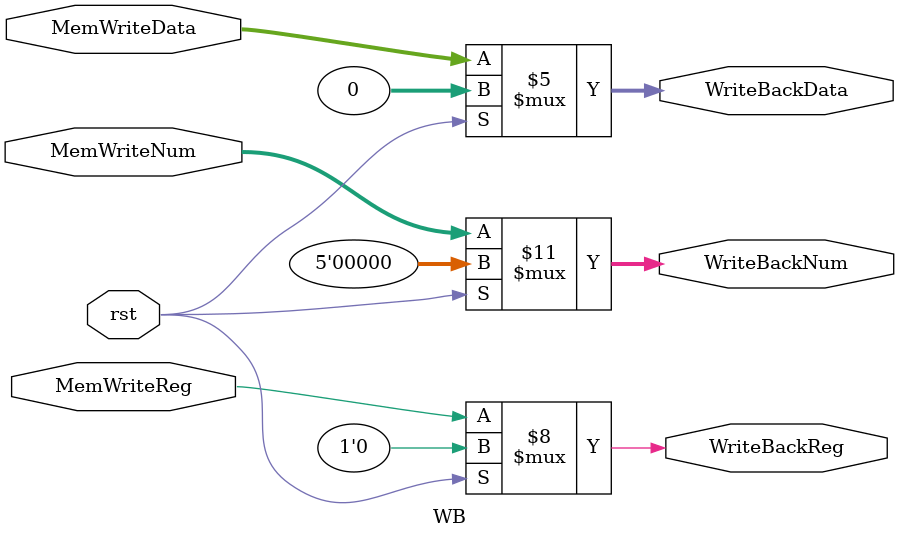
<source format=v>
module WB(

    input   wire        rst,

    input   wire[4:0]   MemWriteNum,
    input   wire        MemWriteReg,
    input   wire[31:0]  MemWriteData,

    output  reg [4:0]   WriteBackNum,
    output  reg         WriteBackReg,
    output  reg [31:0]  WriteBackData

);

/*
 * This always part controls the signal WriteBackNum.
 */  
always @ (*) begin
    if (rst)
        WriteBackNum <= 5'b0;
    else
        WriteBackNum <= MemWriteNum;
end

/*
 * This always part controls the signal WriteBackReg.
 */
always @ (*) begin
    if (rst)
        WriteBackReg <= 1'b0;
    else
        WriteBackReg <= MemWriteReg;
end

/*
 * This always part controls the signal WriteBackData.
 */
always @ (*) begin
    if (rst)
        WriteBackData <= 32'b0;
    else
        WriteBackData <= MemWriteData;
end

endmodule
</source>
